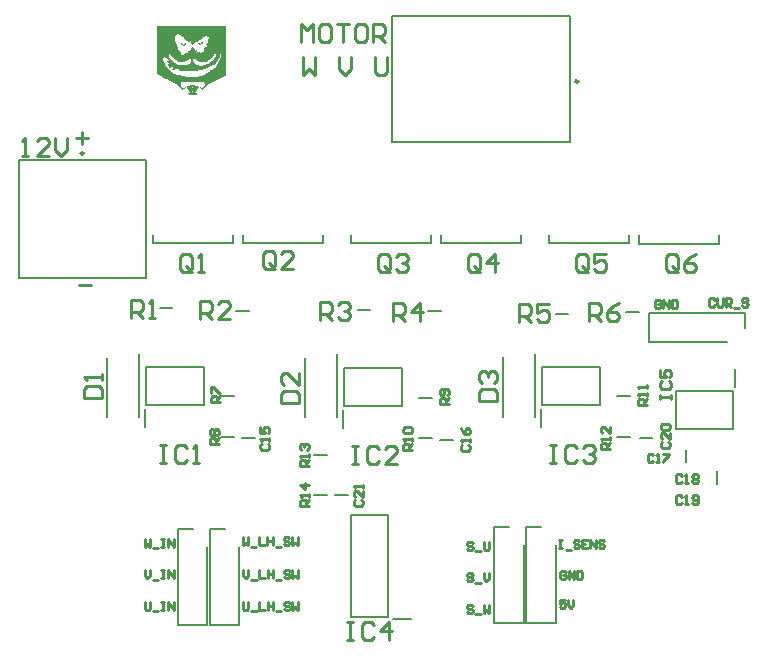
<source format=gto>
G04*
G04 #@! TF.GenerationSoftware,Altium Limited,Altium Designer,24.0.1 (36)*
G04*
G04 Layer_Color=65535*
%FSLAX45Y45*%
%MOMM*%
G71*
G04*
G04 #@! TF.SameCoordinates,0B170F52-40F4-4D68-8434-06CE0CB0BF9C*
G04*
G04*
G04 #@! TF.FilePolarity,Positive*
G04*
G01*
G75*
%ADD10C,0.25000*%
%ADD11C,0.20000*%
%ADD12C,0.25400*%
G36*
X10544277Y11764464D02*
X10541669D01*
Y11763160D01*
X10540365D01*
Y11761856D01*
X10539061D01*
Y11760552D01*
X10537757D01*
Y11759247D01*
X10536453D01*
Y11757943D01*
X10532541D01*
Y11756639D01*
X10529933D01*
Y11755335D01*
X10527325D01*
Y11754031D01*
X10526021D01*
Y11752727D01*
X10524717D01*
Y11751423D01*
X10520805D01*
Y11750120D01*
X10519501D01*
Y11748815D01*
X10516893D01*
Y11747511D01*
X10515589D01*
Y11746207D01*
X10512981D01*
Y11744903D01*
X10510373D01*
Y11743599D01*
X10509069D01*
Y11742295D01*
X10506461D01*
Y11740991D01*
X10503853D01*
Y11739687D01*
X10499940D01*
Y11738383D01*
X10498637D01*
Y11737079D01*
X10496029D01*
Y11735775D01*
X10493420D01*
Y11734471D01*
X10490812D01*
Y11733167D01*
X10488204D01*
Y11731863D01*
X10485596D01*
Y11730559D01*
X10482988D01*
Y11729255D01*
X10480380D01*
Y11727951D01*
X10477772D01*
Y11726647D01*
X10473860D01*
Y11725343D01*
X10471252D01*
Y11724039D01*
X10468644D01*
Y11722735D01*
X10466036D01*
Y11721431D01*
X10463428D01*
Y11720127D01*
X10459516D01*
Y11718823D01*
X10458212D01*
Y11717519D01*
X10455604D01*
Y11716215D01*
X10452996D01*
Y11714911D01*
X10450388D01*
Y11713607D01*
X10447780D01*
Y11712303D01*
X10446476D01*
Y11710999D01*
X10442564D01*
Y11709695D01*
X10439956D01*
Y11708391D01*
X10437348D01*
Y11707087D01*
X10436044D01*
Y11705783D01*
X10432132D01*
Y11704479D01*
X10430827D01*
Y11703175D01*
X10426915D01*
Y11701871D01*
X10425612D01*
Y11700567D01*
X10421700D01*
Y11699263D01*
X10420395D01*
Y11697959D01*
X10417787D01*
Y11696655D01*
X10415179D01*
Y11695351D01*
X10412571D01*
Y11694047D01*
X10409963D01*
Y11692743D01*
X10407355D01*
Y11691439D01*
X10404747D01*
Y11690135D01*
X10402139D01*
Y11688831D01*
X10400835D01*
Y11687527D01*
X10398227D01*
Y11686222D01*
X10395619D01*
Y11684918D01*
X10394315D01*
Y11683614D01*
X10391707D01*
Y11682310D01*
X10390403D01*
Y11681006D01*
X10387795D01*
Y11679702D01*
X10386491D01*
Y11678398D01*
X10383883D01*
Y11677095D01*
X10382579D01*
Y11675790D01*
X10381275D01*
Y11674486D01*
X10379971D01*
Y11673182D01*
X10377363D01*
Y11671878D01*
X10376059D01*
Y11670574D01*
X10374755D01*
Y11669270D01*
X10373451D01*
Y11667966D01*
X10372147D01*
Y11666662D01*
X10370843D01*
Y11665358D01*
X10369539D01*
Y11664054D01*
X10368235D01*
Y11662750D01*
X10366931D01*
Y11661446D01*
X10365627D01*
Y11660142D01*
X10364323D01*
Y11658838D01*
X10363019D01*
Y11657534D01*
X10361715D01*
Y11656230D01*
X10360411D01*
Y11654926D01*
X10359107D01*
Y11653622D01*
X10357802D01*
Y11652318D01*
X10356498D01*
Y11651014D01*
X10355194D01*
Y11649710D01*
X10353890D01*
Y11647102D01*
X10352587D01*
Y11645798D01*
X10351283D01*
Y11644494D01*
X10349979D01*
Y11643190D01*
X10348675D01*
Y11641886D01*
X10346066D01*
Y11640582D01*
X10342154D01*
Y11639278D01*
X10340850D01*
Y11640582D01*
X10335634D01*
Y11641886D01*
X10333026D01*
Y11643190D01*
X10331722D01*
Y11644494D01*
X10330418D01*
Y11645798D01*
X10329114D01*
Y11647102D01*
X10326506D01*
Y11648406D01*
X10325202D01*
Y11649710D01*
X10323898D01*
Y11651014D01*
X10322594D01*
Y11652318D01*
X10321290D01*
Y11654926D01*
X10319986D01*
Y11656230D01*
X10318682D01*
Y11660142D01*
X10323898D01*
Y11658838D01*
X10326506D01*
Y11657534D01*
X10331722D01*
Y11656230D01*
X10344762D01*
Y11657534D01*
X10347370D01*
Y11658838D01*
X10348675D01*
Y11660142D01*
X10349979D01*
Y11661446D01*
X10351283D01*
Y11662750D01*
X10352587D01*
Y11664054D01*
X10353890D01*
Y11665358D01*
X10355194D01*
Y11667966D01*
X10356498D01*
Y11670574D01*
X10357802D01*
Y11673182D01*
X10359107D01*
Y11675790D01*
X10360411D01*
Y11679702D01*
X10361715D01*
Y11694047D01*
X10360411D01*
Y11696655D01*
X10359107D01*
Y11697959D01*
X10357802D01*
Y11700567D01*
X10356498D01*
Y11701871D01*
X10355194D01*
Y11703175D01*
X10353890D01*
Y11704479D01*
X10351283D01*
Y11705783D01*
X10308250D01*
Y11707087D01*
X10256089D01*
Y11705783D01*
X10211753D01*
Y11707087D01*
X10192192D01*
Y11705783D01*
X10189584D01*
Y11707087D01*
X10188280D01*
Y11705783D01*
X10167416D01*
Y11704479D01*
X10163504D01*
Y11703175D01*
X10160896D01*
Y11701871D01*
X10159592D01*
Y11699263D01*
X10158288D01*
Y11697959D01*
X10156984D01*
Y11695351D01*
X10155680D01*
Y11679702D01*
X10156984D01*
Y11675790D01*
X10158288D01*
Y11671878D01*
X10159592D01*
Y11669270D01*
X10160896D01*
Y11667966D01*
X10162200D01*
Y11665358D01*
X10163504D01*
Y11664054D01*
X10164808D01*
Y11661446D01*
X10166112D01*
Y11660142D01*
X10167416D01*
Y11658838D01*
X10170024D01*
Y11657534D01*
X10171328D01*
Y11656230D01*
X10176544D01*
Y11654926D01*
X10180456D01*
Y11656230D01*
X10185672D01*
Y11657534D01*
X10189584D01*
Y11658838D01*
X10193496D01*
Y11660142D01*
X10198712D01*
Y11656230D01*
X10197408D01*
Y11654926D01*
X10196104D01*
Y11653622D01*
X10194800D01*
Y11652318D01*
X10193496D01*
Y11651014D01*
X10192192D01*
Y11649710D01*
X10190888D01*
Y11648406D01*
X10189584D01*
Y11647102D01*
X10188280D01*
Y11645798D01*
X10186976D01*
Y11644494D01*
X10184368D01*
Y11643190D01*
X10183064D01*
Y11641886D01*
X10180456D01*
Y11640582D01*
X10176544D01*
Y11639278D01*
X10172632D01*
Y11640582D01*
X10170024D01*
Y11641886D01*
X10168720D01*
Y11643190D01*
X10167416D01*
Y11644494D01*
X10166112D01*
Y11645798D01*
X10164808D01*
Y11647102D01*
X10163504D01*
Y11648406D01*
X10162200D01*
Y11649710D01*
X10160896D01*
Y11651014D01*
X10159592D01*
Y11653622D01*
X10156984D01*
Y11656230D01*
X10155680D01*
Y11657534D01*
X10154376D01*
Y11658838D01*
X10151768D01*
Y11660142D01*
X10150464D01*
Y11662750D01*
X10149160D01*
Y11664054D01*
X10146552D01*
Y11665358D01*
X10145248D01*
Y11666662D01*
X10143944D01*
Y11667966D01*
X10142640D01*
Y11669270D01*
X10141336D01*
Y11670574D01*
X10140032D01*
Y11671878D01*
X10138728D01*
Y11673182D01*
X10137423D01*
Y11674486D01*
X10136119D01*
Y11675790D01*
X10134815D01*
Y11677095D01*
X10133512D01*
Y11678398D01*
X10130904D01*
Y11679702D01*
X10129600D01*
Y11681006D01*
X10128295D01*
Y11682310D01*
X10125687D01*
Y11683614D01*
X10124383D01*
Y11684918D01*
X10121775D01*
Y11686222D01*
X10119167D01*
Y11687527D01*
X10117863D01*
Y11688831D01*
X10115255D01*
Y11690135D01*
X10112647D01*
Y11691439D01*
X10110039D01*
Y11692743D01*
X10107431D01*
Y11694047D01*
X10104823D01*
Y11695351D01*
X10102215D01*
Y11696655D01*
X10099607D01*
Y11697959D01*
X10096999D01*
Y11699263D01*
X10095695D01*
Y11700567D01*
X10091783D01*
Y11701871D01*
X10089175D01*
Y11703175D01*
X10086567D01*
Y11704479D01*
X10083959D01*
Y11705783D01*
X10081351D01*
Y11707087D01*
X10078743D01*
Y11708391D01*
X10076135D01*
Y11709695D01*
X10073527D01*
Y11710999D01*
X10072223D01*
Y11712303D01*
X10069615D01*
Y11713607D01*
X10065703D01*
Y11714911D01*
X10064398D01*
Y11716215D01*
X10061790D01*
Y11717519D01*
X10059183D01*
Y11718823D01*
X10056575D01*
Y11720127D01*
X10053966D01*
Y11721431D01*
X10051358D01*
Y11722735D01*
X10048750D01*
Y11724039D01*
X10046142D01*
Y11725343D01*
X10042230D01*
Y11726647D01*
X10039622D01*
Y11727951D01*
X10035710D01*
Y11729255D01*
X10033102D01*
Y11730559D01*
X10030494D01*
Y11731863D01*
X10027886D01*
Y11733167D01*
X10025278D01*
Y11734471D01*
X10023974D01*
Y11735775D01*
X10021366D01*
Y11737079D01*
X10018758D01*
Y11738383D01*
X10016150D01*
Y11739687D01*
X10013542D01*
Y11740991D01*
X10010934D01*
Y11742295D01*
X10009630D01*
Y11743599D01*
X10007022D01*
Y11744903D01*
X10004414D01*
Y11746207D01*
X10001806D01*
Y11747511D01*
X9999198D01*
Y11748815D01*
X9997894D01*
Y11750120D01*
X9995286D01*
Y11751423D01*
X9992678D01*
Y11752727D01*
X9990069D01*
Y11754031D01*
X9988765D01*
Y11755335D01*
X9986158D01*
Y11756639D01*
X9984854D01*
Y11757943D01*
X9982245D01*
Y11759247D01*
X9979637D01*
Y11760552D01*
X9977029D01*
Y11761856D01*
X9974421D01*
Y11763160D01*
X9973117D01*
Y11764464D01*
X9969205D01*
Y11765768D01*
X9967901D01*
Y11767072D01*
X9965293D01*
Y11768376D01*
X9962685D01*
Y11769680D01*
X9961381D01*
Y11770984D01*
X9960077D01*
Y12179141D01*
X10544277D01*
Y11764464D01*
D02*
G37*
G36*
X10279562Y11674486D02*
X10284777D01*
Y11673182D01*
X10287386D01*
Y11671878D01*
X10291298D01*
Y11670574D01*
X10296514D01*
Y11669270D01*
X10300426D01*
Y11667966D01*
X10301730D01*
Y11666662D01*
X10304338D01*
Y11665358D01*
X10305642D01*
Y11664054D01*
X10308250D01*
Y11656230D01*
X10306946D01*
Y11653622D01*
X10305642D01*
Y11649710D01*
X10304338D01*
Y11647102D01*
X10303034D01*
Y11645798D01*
X10301730D01*
Y11643190D01*
X10300426D01*
Y11641886D01*
X10299122D01*
Y11639278D01*
X10297818D01*
Y11637974D01*
X10296514D01*
Y11635366D01*
X10295210D01*
Y11634062D01*
X10293906D01*
Y11631454D01*
X10292602D01*
Y11630150D01*
X10291298D01*
Y11628846D01*
X10289994D01*
Y11626238D01*
X10288690D01*
Y11624934D01*
X10287386D01*
Y11623630D01*
X10286082D01*
Y11622326D01*
X10284777D01*
Y11619718D01*
X10283473D01*
Y11618414D01*
X10282169D01*
Y11615806D01*
X10280865D01*
Y11609285D01*
X10287386D01*
Y11610589D01*
X10292602D01*
Y11611893D01*
X10300426D01*
Y11607981D01*
X10299122D01*
Y11605373D01*
X10297818D01*
Y11604070D01*
X10296514D01*
Y11601461D01*
X10293906D01*
Y11600157D01*
X10292602D01*
Y11598853D01*
X10291298D01*
Y11597549D01*
X10289994D01*
Y11596245D01*
X10288690D01*
Y11594941D01*
X10228705D01*
Y11596245D01*
X10227401D01*
Y11597549D01*
X10226097D01*
Y11598853D01*
X10223489D01*
Y11600157D01*
X10222185D01*
Y11601461D01*
X10220881D01*
Y11604070D01*
X10219577D01*
Y11605373D01*
X10218273D01*
Y11607981D01*
X10216969D01*
Y11611893D01*
X10224793D01*
Y11610589D01*
X10231313D01*
Y11609285D01*
X10237833D01*
Y11613197D01*
X10236529D01*
Y11617110D01*
X10235225D01*
Y11618414D01*
X10233921D01*
Y11619718D01*
X10232617D01*
Y11622326D01*
X10231313D01*
Y11623630D01*
X10230009D01*
Y11624934D01*
X10228705D01*
Y11626238D01*
X10227401D01*
Y11627542D01*
X10226097D01*
Y11630150D01*
X10224793D01*
Y11631454D01*
X10223489D01*
Y11632758D01*
X10222185D01*
Y11635366D01*
X10220881D01*
Y11636670D01*
X10219577D01*
Y11639278D01*
X10218273D01*
Y11640582D01*
X10216969D01*
Y11641886D01*
X10215665D01*
Y11644494D01*
X10214361D01*
Y11647102D01*
X10213057D01*
Y11649710D01*
X10211753D01*
Y11652318D01*
X10210448D01*
Y11654926D01*
X10209144D01*
Y11660142D01*
X10207840D01*
Y11664054D01*
X10210448D01*
Y11665358D01*
X10213057D01*
Y11666662D01*
X10214361D01*
Y11667966D01*
X10216969D01*
Y11669270D01*
X10220881D01*
Y11670574D01*
X10226097D01*
Y11671878D01*
X10230009D01*
Y11673182D01*
X10232617D01*
Y11674486D01*
X10237833D01*
Y11675790D01*
X10279562D01*
Y11674486D01*
D02*
G37*
%LPC*%
G36*
X10132208Y12108724D02*
X10124383D01*
Y12107420D01*
X10123079D01*
Y12106116D01*
X10121775D01*
Y12103508D01*
X10120471D01*
Y12102204D01*
X10117863D01*
Y12100900D01*
X10116559D01*
Y12099596D01*
X10115255D01*
Y12098292D01*
X10113951D01*
Y12095684D01*
X10112647D01*
Y12093076D01*
X10111343D01*
Y12069604D01*
X10112647D01*
Y12056564D01*
X10111343D01*
Y12046131D01*
X10112647D01*
Y12042219D01*
X10113951D01*
Y12039611D01*
X10115255D01*
Y12037003D01*
X10116559D01*
Y12033091D01*
X10117863D01*
Y12030483D01*
X10119167D01*
Y12027875D01*
X10120471D01*
Y12025267D01*
X10121775D01*
Y12021355D01*
X10123079D01*
Y12017443D01*
X10124383D01*
Y12013531D01*
X10125687D01*
Y12009619D01*
X10126991D01*
Y12005707D01*
X10128295D01*
Y12004403D01*
X10129600D01*
Y12003099D01*
X10130904D01*
Y12001795D01*
X10132208D01*
Y11999187D01*
X10133511D01*
Y11996579D01*
X10134815D01*
Y11993971D01*
X10136119D01*
Y11983539D01*
X10134815D01*
Y11979627D01*
X10136119D01*
Y11977018D01*
X10137423D01*
Y11975714D01*
X10138728D01*
Y11973106D01*
X10140032D01*
Y11971802D01*
X10141336D01*
Y11970498D01*
X10142640D01*
Y11969194D01*
X10143944D01*
Y11967890D01*
X10145248D01*
Y11966586D01*
X10146552D01*
Y11965282D01*
X10147856D01*
Y11963978D01*
X10149160D01*
Y11962674D01*
X10150464D01*
Y11961370D01*
X10151768D01*
Y11960066D01*
X10153072D01*
Y11957458D01*
X10154376D01*
Y11956154D01*
X10155680D01*
Y11953546D01*
X10156984D01*
Y11952242D01*
X10158288D01*
Y11949634D01*
X10159592D01*
Y11944418D01*
X10160896D01*
Y11939202D01*
X10162200D01*
Y11937898D01*
X10163504D01*
Y11936594D01*
X10167416D01*
Y11935290D01*
X10183064D01*
Y11936594D01*
X10185672D01*
Y11937898D01*
X10188280D01*
Y11939202D01*
X10189584D01*
Y11940506D01*
X10190888D01*
Y11941810D01*
X10192192D01*
Y11943114D01*
X10193496D01*
Y11944418D01*
X10196104D01*
Y11945722D01*
X10197408D01*
Y11947026D01*
X10198712D01*
Y11948330D01*
X10200016D01*
Y11949634D01*
X10201320D01*
Y11950938D01*
X10203929D01*
Y11952242D01*
X10206536D01*
Y11953546D01*
X10210448D01*
Y11954850D01*
X10211753D01*
Y11953546D01*
X10213057D01*
Y11952242D01*
X10214361D01*
Y11949634D01*
X10215665D01*
Y11947026D01*
X10216969D01*
Y11943114D01*
X10218273D01*
Y11940506D01*
X10219577D01*
Y11937898D01*
X10222185D01*
Y11939202D01*
X10223489D01*
Y11941810D01*
X10222185D01*
Y11949634D01*
X10220881D01*
Y11952242D01*
X10219577D01*
Y11956154D01*
X10218273D01*
Y11960066D01*
X10219577D01*
Y11962674D01*
X10220881D01*
Y11963978D01*
X10223489D01*
Y11965282D01*
X10227401D01*
Y11966586D01*
X10231313D01*
Y11967890D01*
X10233921D01*
Y11969194D01*
X10235225D01*
Y11970498D01*
X10236529D01*
Y11971802D01*
X10237833D01*
Y11973106D01*
X10239137D01*
Y11974410D01*
X10240441D01*
Y11978323D01*
X10241745D01*
Y11980931D01*
X10243049D01*
Y11984843D01*
X10244353D01*
Y11990059D01*
X10245657D01*
Y11991363D01*
X10246961D01*
Y11993971D01*
X10248265D01*
Y11995275D01*
X10250873D01*
Y11996579D01*
X10252177D01*
Y11997883D01*
X10260001D01*
Y11996579D01*
X10262609D01*
Y11995275D01*
X10265217D01*
Y11993971D01*
X10266521D01*
Y11992667D01*
X10267825D01*
Y11991363D01*
X10269129D01*
Y11990059D01*
X10270433D01*
Y11987451D01*
X10271737D01*
Y11986147D01*
X10273041D01*
Y11984843D01*
X10274345D01*
Y11982235D01*
X10275650D01*
Y11980931D01*
X10276954D01*
Y11978323D01*
X10278258D01*
Y11962674D01*
X10279561D01*
Y11963978D01*
X10280865D01*
Y11965282D01*
X10282169D01*
Y11969194D01*
X10283473D01*
Y11971802D01*
X10284777D01*
Y11973106D01*
X10291298D01*
Y11970498D01*
X10292602D01*
Y11963978D01*
X10291298D01*
Y11961370D01*
X10289994D01*
Y11958762D01*
X10288690D01*
Y11957458D01*
X10287386D01*
Y11952242D01*
X10288690D01*
Y11950938D01*
X10291298D01*
Y11952242D01*
X10295210D01*
Y11953546D01*
X10296514D01*
Y11956154D01*
X10297818D01*
Y11957458D01*
X10300426D01*
Y11958762D01*
X10305642D01*
Y11957458D01*
X10310858D01*
Y11956154D01*
X10313466D01*
Y11954850D01*
X10317378D01*
Y11953546D01*
X10318682D01*
Y11952242D01*
X10322594D01*
Y11950938D01*
X10323898D01*
Y11948330D01*
X10325202D01*
Y11947026D01*
X10326506D01*
Y11948330D01*
X10330418D01*
Y11947026D01*
X10331722D01*
Y11952242D01*
X10333026D01*
Y11953546D01*
X10334330D01*
Y11954850D01*
X10335634D01*
Y11956154D01*
X10346066D01*
Y11954850D01*
X10353890D01*
Y11956154D01*
X10357802D01*
Y11962674D01*
X10355194D01*
Y11963978D01*
X10353890D01*
Y11966586D01*
X10352586D01*
Y11973106D01*
X10353890D01*
Y11978323D01*
X10355194D01*
Y11982235D01*
X10356498D01*
Y11986147D01*
X10357802D01*
Y11988755D01*
X10359107D01*
Y11990059D01*
X10360411D01*
Y11991363D01*
X10361715D01*
Y11992667D01*
X10363019D01*
Y11993971D01*
X10364323D01*
Y11995275D01*
X10366931D01*
Y11996579D01*
X10369539D01*
Y11997883D01*
X10370843D01*
Y11999187D01*
X10373451D01*
Y12000491D01*
X10374755D01*
Y12001795D01*
X10376059D01*
Y12004403D01*
X10378667D01*
Y12013531D01*
X10377363D01*
Y12016139D01*
X10376059D01*
Y12020051D01*
X10374755D01*
Y12023963D01*
X10376059D01*
Y12026571D01*
X10377363D01*
Y12029179D01*
X10378667D01*
Y12031787D01*
X10379971D01*
Y12034395D01*
X10381275D01*
Y12035699D01*
X10382579D01*
Y12038307D01*
X10383883D01*
Y12042219D01*
X10385187D01*
Y12046131D01*
X10386491D01*
Y12056564D01*
X10387795D01*
Y12060476D01*
X10389099D01*
Y12064388D01*
X10390403D01*
Y12068300D01*
X10391707D01*
Y12072212D01*
X10393011D01*
Y12081340D01*
X10391707D01*
Y12083948D01*
X10390403D01*
Y12086556D01*
X10387795D01*
Y12087860D01*
X10379971D01*
Y12089164D01*
X10378667D01*
Y12094380D01*
X10376059D01*
Y12095684D01*
X10374755D01*
Y12096988D01*
X10373451D01*
Y12098292D01*
X10372147D01*
Y12096988D01*
X10370843D01*
Y12095684D01*
X10368235D01*
Y12091772D01*
X10366931D01*
Y12090468D01*
X10365627D01*
Y12089164D01*
X10364323D01*
Y12087860D01*
X10363019D01*
Y12085252D01*
X10361715D01*
Y12086556D01*
X10359107D01*
Y12085252D01*
X10353890D01*
Y12083948D01*
X10352586D01*
Y12082644D01*
X10349979D01*
Y12081340D01*
X10348675D01*
Y12080036D01*
X10347370D01*
Y12078732D01*
X10346066D01*
Y12077428D01*
X10344762D01*
Y12076124D01*
X10343458D01*
Y12074820D01*
X10342154D01*
Y12073516D01*
X10340850D01*
Y12072212D01*
X10339546D01*
Y12070908D01*
X10338242D01*
Y12069604D01*
X10336938D01*
Y12068300D01*
X10333026D01*
Y12066996D01*
X10331722D01*
Y12065692D01*
X10329114D01*
Y12064388D01*
X10326506D01*
Y12063084D01*
X10325202D01*
Y12061780D01*
X10322594D01*
Y12060476D01*
X10321290D01*
Y12059172D01*
X10318682D01*
Y12057868D01*
X10317378D01*
Y12056564D01*
X10313466D01*
Y12055260D01*
X10310858D01*
Y12053956D01*
X10309554D01*
Y12052652D01*
X10306946D01*
Y12051347D01*
X10305642D01*
Y12050043D01*
X10304338D01*
Y12048739D01*
X10303034D01*
Y12047435D01*
X10300426D01*
Y12046131D01*
X10284777D01*
Y12044827D01*
X10283473D01*
Y12042219D01*
X10282169D01*
Y12040915D01*
X10280865D01*
Y12038307D01*
X10279561D01*
Y12037003D01*
X10278258D01*
Y12034395D01*
X10276954D01*
Y12031787D01*
X10275650D01*
Y12030483D01*
X10273041D01*
Y12029179D01*
X10270433D01*
Y12027875D01*
X10267825D01*
Y12026571D01*
X10266521D01*
Y12023963D01*
X10265217D01*
Y12022659D01*
X10263913D01*
Y12020051D01*
X10262609D01*
Y12018747D01*
X10261305D01*
Y12017443D01*
X10260001D01*
Y12016139D01*
X10253481D01*
Y12017443D01*
X10252177D01*
Y12018747D01*
X10250873D01*
Y12021355D01*
X10249569D01*
Y12022659D01*
X10248265D01*
Y12025267D01*
X10246961D01*
Y12027875D01*
X10245657D01*
Y12031787D01*
X10244353D01*
Y12046131D01*
X10243049D01*
Y12047435D01*
X10237833D01*
Y12046131D01*
X10235225D01*
Y12044827D01*
X10233921D01*
Y12042219D01*
X10230009D01*
Y12040915D01*
X10226097D01*
Y12042219D01*
X10223489D01*
Y12044827D01*
X10222185D01*
Y12046131D01*
X10220881D01*
Y12047435D01*
X10219577D01*
Y12048739D01*
X10218273D01*
Y12051347D01*
X10216969D01*
Y12052652D01*
X10215665D01*
Y12053956D01*
X10211753D01*
Y12055260D01*
X10203929D01*
Y12056564D01*
X10202625D01*
Y12057868D01*
X10200016D01*
Y12060476D01*
X10198712D01*
Y12061780D01*
X10197408D01*
Y12063084D01*
X10196104D01*
Y12064388D01*
X10194800D01*
Y12065692D01*
X10193496D01*
Y12066996D01*
X10192192D01*
Y12068300D01*
X10190888D01*
Y12069604D01*
X10188280D01*
Y12072212D01*
X10186976D01*
Y12073516D01*
X10185672D01*
Y12074820D01*
X10184368D01*
Y12076124D01*
X10183064D01*
Y12078732D01*
X10181760D01*
Y12081340D01*
X10180456D01*
Y12082644D01*
X10179152D01*
Y12083948D01*
X10177848D01*
Y12085252D01*
X10176544D01*
Y12086556D01*
X10175240D01*
Y12087860D01*
X10172632D01*
Y12089164D01*
X10170024D01*
Y12090468D01*
X10166112D01*
Y12091772D01*
X10164808D01*
Y12093076D01*
X10162200D01*
Y12094380D01*
X10160896D01*
Y12096988D01*
X10159592D01*
Y12098292D01*
X10158288D01*
Y12099596D01*
X10155680D01*
Y12100900D01*
X10153072D01*
Y12102204D01*
X10149160D01*
Y12103508D01*
X10146552D01*
Y12104812D01*
X10143944D01*
Y12106116D01*
X10140032D01*
Y12107420D01*
X10132208D01*
Y12108724D01*
D02*
G37*
G36*
X10451692Y11944418D02*
X10449084D01*
Y11941810D01*
X10446476D01*
Y11940506D01*
X10445172D01*
Y11939202D01*
X10443868D01*
Y11937898D01*
X10442564D01*
Y11935290D01*
X10441260D01*
Y11933986D01*
X10439956D01*
Y11932682D01*
X10438652D01*
Y11930074D01*
X10437348D01*
Y11927466D01*
X10436044D01*
Y11926162D01*
X10434740D01*
Y11924858D01*
X10433436D01*
Y11922250D01*
X10432132D01*
Y11920946D01*
X10430827D01*
Y11919642D01*
X10429523D01*
Y11918338D01*
X10428219D01*
Y11917034D01*
X10426915D01*
Y11915730D01*
X10425611D01*
Y11914426D01*
X10424308D01*
Y11913122D01*
X10423004D01*
Y11911818D01*
X10421700D01*
Y11910514D01*
X10420395D01*
Y11909210D01*
X10419091D01*
Y11907906D01*
X10417787D01*
Y11906602D01*
X10416483D01*
Y11905298D01*
X10415179D01*
Y11903993D01*
X10413875D01*
Y11902689D01*
X10412571D01*
Y11901385D01*
X10411267D01*
Y11900081D01*
X10409963D01*
Y11898777D01*
X10407355D01*
Y11897473D01*
X10406051D01*
Y11896169D01*
X10404747D01*
Y11894865D01*
X10403443D01*
Y11893561D01*
X10400835D01*
Y11892257D01*
X10399531D01*
Y11890953D01*
X10396923D01*
Y11889649D01*
X10395619D01*
Y11888345D01*
X10393011D01*
Y11887041D01*
X10390403D01*
Y11885737D01*
X10389099D01*
Y11884433D01*
X10386491D01*
Y11883129D01*
X10385187D01*
Y11881825D01*
X10382579D01*
Y11880521D01*
X10379971D01*
Y11879217D01*
X10378667D01*
Y11877913D01*
X10376059D01*
Y11876609D01*
X10373451D01*
Y11875305D01*
X10370843D01*
Y11874001D01*
X10368235D01*
Y11872697D01*
X10363019D01*
Y11871393D01*
X10348675D01*
Y11870089D01*
X10347370D01*
Y11871393D01*
X10344762D01*
Y11870089D01*
X10343458D01*
Y11871393D01*
X10326506D01*
Y11872697D01*
X10319986D01*
Y11874001D01*
X10316074D01*
Y11875305D01*
X10313466D01*
Y11876609D01*
X10309554D01*
Y11877913D01*
X10306946D01*
Y11879217D01*
X10304338D01*
Y11880521D01*
X10301730D01*
Y11881825D01*
X10300426D01*
Y11883129D01*
X10297818D01*
Y11884433D01*
X10296514D01*
Y11885737D01*
X10295210D01*
Y11887041D01*
X10293906D01*
Y11888345D01*
X10292602D01*
Y11889649D01*
X10291298D01*
Y11890953D01*
X10288690D01*
Y11892257D01*
X10287386D01*
Y11893561D01*
X10286082D01*
Y11894865D01*
X10284777D01*
Y11896169D01*
X10282169D01*
Y11897473D01*
X10279561D01*
Y11898777D01*
X10275650D01*
Y11900081D01*
X10266521D01*
Y11898777D01*
X10263913D01*
Y11892257D01*
X10262609D01*
Y11879217D01*
X10263913D01*
Y11874001D01*
X10265217D01*
Y11872697D01*
X10266521D01*
Y11870089D01*
X10267825D01*
Y11868785D01*
X10270433D01*
Y11867481D01*
X10271737D01*
Y11866177D01*
X10273041D01*
Y11864873D01*
X10274345D01*
Y11863569D01*
X10275650D01*
Y11862265D01*
X10276954D01*
Y11860961D01*
X10278258D01*
Y11859657D01*
X10279561D01*
Y11858353D01*
X10280865D01*
Y11857049D01*
X10283473D01*
Y11855745D01*
X10284777D01*
Y11854441D01*
X10286082D01*
Y11853137D01*
X10287386D01*
Y11851833D01*
X10289994D01*
Y11850529D01*
X10291298D01*
Y11849225D01*
X10293906D01*
Y11847921D01*
X10296514D01*
Y11846617D01*
X10300426D01*
Y11845313D01*
X10305642D01*
Y11844009D01*
X10310858D01*
Y11842705D01*
X10316074D01*
Y11841401D01*
X10336938D01*
Y11842705D01*
X10343458D01*
Y11844009D01*
X10348675D01*
Y11845313D01*
X10353890D01*
Y11846617D01*
X10360411D01*
Y11847921D01*
X10364323D01*
Y11849225D01*
X10366931D01*
Y11850529D01*
X10370843D01*
Y11851833D01*
X10374755D01*
Y11853137D01*
X10378667D01*
Y11854441D01*
X10381275D01*
Y11855745D01*
X10385187D01*
Y11857049D01*
X10389099D01*
Y11858353D01*
X10391707D01*
Y11859657D01*
X10394315D01*
Y11860961D01*
X10398227D01*
Y11862265D01*
X10400835D01*
Y11863569D01*
X10402139D01*
Y11864873D01*
X10403443D01*
Y11866177D01*
X10404747D01*
Y11867481D01*
X10406051D01*
Y11868785D01*
X10407355D01*
Y11870089D01*
X10409963D01*
Y11871393D01*
X10411267D01*
Y11872697D01*
X10412571D01*
Y11874001D01*
X10413875D01*
Y11875305D01*
X10415179D01*
Y11876609D01*
X10416483D01*
Y11877913D01*
X10419091D01*
Y11879217D01*
X10420395D01*
Y11880521D01*
X10421700D01*
Y11881825D01*
X10424308D01*
Y11883129D01*
X10425611D01*
Y11884433D01*
X10426915D01*
Y11885737D01*
X10428219D01*
Y11887041D01*
X10429523D01*
Y11889649D01*
X10430827D01*
Y11890953D01*
X10432132D01*
Y11892257D01*
X10433436D01*
Y11893561D01*
X10434740D01*
Y11894865D01*
X10436044D01*
Y11897473D01*
X10437348D01*
Y11898777D01*
X10438652D01*
Y11900081D01*
X10439956D01*
Y11902689D01*
X10441260D01*
Y11903993D01*
X10442564D01*
Y11905298D01*
X10443868D01*
Y11907906D01*
X10445172D01*
Y11910514D01*
X10446476D01*
Y11911818D01*
X10447780D01*
Y11913122D01*
X10449084D01*
Y11915730D01*
X10450388D01*
Y11918338D01*
X10451692D01*
Y11923554D01*
X10452996D01*
Y11928770D01*
X10451692D01*
Y11944418D01*
D02*
G37*
G36*
X10063094Y11940506D02*
X10060486D01*
Y11939202D01*
X10059183D01*
Y11937898D01*
X10057879D01*
Y11936594D01*
X10056575D01*
Y11933986D01*
X10055270D01*
Y11928770D01*
X10053966D01*
Y11926162D01*
X10055270D01*
Y11923554D01*
X10053966D01*
Y11922250D01*
X10055270D01*
Y11919642D01*
X10056575D01*
Y11917034D01*
X10057879D01*
Y11915730D01*
X10059183D01*
Y11913122D01*
X10060486D01*
Y11911818D01*
X10061790D01*
Y11910514D01*
X10063094D01*
Y11909210D01*
X10064398D01*
Y11907906D01*
X10065703D01*
Y11906602D01*
X10067007D01*
Y11903993D01*
X10068311D01*
Y11902689D01*
X10069615D01*
Y11901385D01*
X10070919D01*
Y11900081D01*
X10072223D01*
Y11898777D01*
X10073527D01*
Y11897473D01*
X10074831D01*
Y11894865D01*
X10076135D01*
Y11893561D01*
X10077439D01*
Y11892257D01*
X10078743D01*
Y11889649D01*
X10081351D01*
Y11887041D01*
X10082655D01*
Y11885737D01*
X10083959D01*
Y11884433D01*
X10085263D01*
Y11883129D01*
X10086567D01*
Y11881825D01*
X10087871D01*
Y11880521D01*
X10089175D01*
Y11879217D01*
X10090479D01*
Y11877913D01*
X10093087D01*
Y11876609D01*
X10094391D01*
Y11875305D01*
X10095695D01*
Y11874001D01*
X10096999D01*
Y11872697D01*
X10098303D01*
Y11871393D01*
X10100911D01*
Y11870089D01*
X10102215D01*
Y11868785D01*
X10103519D01*
Y11867481D01*
X10104823D01*
Y11866177D01*
X10107431D01*
Y11864873D01*
X10108735D01*
Y11863569D01*
X10111343D01*
Y11862265D01*
X10112647D01*
Y11860961D01*
X10115255D01*
Y11859657D01*
X10116559D01*
Y11858353D01*
X10119167D01*
Y11857049D01*
X10121775D01*
Y11855745D01*
X10123079D01*
Y11854441D01*
X10125687D01*
Y11853137D01*
X10129600D01*
Y11851833D01*
X10133511D01*
Y11850529D01*
X10137423D01*
Y11849225D01*
X10140032D01*
Y11847921D01*
X10143944D01*
Y11846617D01*
X10151768D01*
Y11845313D01*
X10160896D01*
Y11844009D01*
X10176544D01*
Y11845313D01*
X10189584D01*
Y11846617D01*
X10200016D01*
Y11847921D01*
X10209144D01*
Y11849225D01*
X10216969D01*
Y11850529D01*
X10219577D01*
Y11851833D01*
X10222185D01*
Y11853137D01*
X10224793D01*
Y11854441D01*
X10226097D01*
Y11855745D01*
X10227401D01*
Y11857049D01*
X10230009D01*
Y11858353D01*
X10231313D01*
Y11859657D01*
X10232617D01*
Y11860961D01*
X10233921D01*
Y11862265D01*
X10235225D01*
Y11863569D01*
X10236529D01*
Y11864873D01*
X10237833D01*
Y11866177D01*
X10239137D01*
Y11867481D01*
X10240441D01*
Y11868785D01*
X10241745D01*
Y11870089D01*
X10244353D01*
Y11871393D01*
X10245657D01*
Y11872697D01*
X10246961D01*
Y11875305D01*
X10248265D01*
Y11896169D01*
X10246961D01*
Y11898777D01*
X10245657D01*
Y11900081D01*
X10233921D01*
Y11898777D01*
X10231313D01*
Y11897473D01*
X10228705D01*
Y11896169D01*
X10226097D01*
Y11894865D01*
X10224793D01*
Y11893561D01*
X10222185D01*
Y11892257D01*
X10220881D01*
Y11890953D01*
X10219577D01*
Y11889649D01*
X10218273D01*
Y11888345D01*
X10216969D01*
Y11887041D01*
X10214361D01*
Y11885737D01*
X10213057D01*
Y11884433D01*
X10211753D01*
Y11883129D01*
X10207840D01*
Y11881825D01*
X10206536D01*
Y11880521D01*
X10203929D01*
Y11879217D01*
X10201320D01*
Y11877913D01*
X10197408D01*
Y11876609D01*
X10194800D01*
Y11875305D01*
X10192192D01*
Y11874001D01*
X10186976D01*
Y11872697D01*
X10181760D01*
Y11871393D01*
X10156984D01*
Y11872697D01*
X10150464D01*
Y11874001D01*
X10145248D01*
Y11875305D01*
X10141336D01*
Y11876609D01*
X10137423D01*
Y11877913D01*
X10134815D01*
Y11879217D01*
X10132208D01*
Y11880521D01*
X10129600D01*
Y11881825D01*
X10126991D01*
Y11883129D01*
X10125687D01*
Y11884433D01*
X10123079D01*
Y11885737D01*
X10121775D01*
Y11887041D01*
X10120471D01*
Y11888345D01*
X10117863D01*
Y11889649D01*
X10115255D01*
Y11890953D01*
X10113951D01*
Y11892257D01*
X10111343D01*
Y11893561D01*
X10110039D01*
Y11894865D01*
X10108735D01*
Y11896169D01*
X10107431D01*
Y11897473D01*
X10106127D01*
Y11898777D01*
X10104823D01*
Y11900081D01*
X10103519D01*
Y11901385D01*
X10102215D01*
Y11902689D01*
X10100911D01*
Y11903993D01*
X10099607D01*
Y11905298D01*
X10098303D01*
Y11906602D01*
X10096999D01*
Y11907906D01*
X10095695D01*
Y11909210D01*
X10094391D01*
Y11910514D01*
X10093087D01*
Y11911818D01*
X10091783D01*
Y11913122D01*
X10089175D01*
Y11914426D01*
X10087871D01*
Y11915730D01*
X10086567D01*
Y11917034D01*
X10085263D01*
Y11918338D01*
X10083959D01*
Y11919642D01*
X10082655D01*
Y11920946D01*
X10081351D01*
Y11922250D01*
X10080047D01*
Y11923554D01*
X10078743D01*
Y11924858D01*
X10077439D01*
Y11926162D01*
X10076135D01*
Y11927466D01*
X10074831D01*
Y11930074D01*
X10073527D01*
Y11931378D01*
X10072223D01*
Y11932682D01*
X10070919D01*
Y11933986D01*
X10069615D01*
Y11935290D01*
X10068311D01*
Y11936594D01*
X10067007D01*
Y11937898D01*
X10065703D01*
Y11939202D01*
X10063094D01*
Y11940506D01*
D02*
G37*
G36*
X10494725Y11944418D02*
X10492116D01*
Y11940506D01*
X10490812D01*
Y11930074D01*
X10489508D01*
Y11910514D01*
X10488204D01*
Y11906602D01*
X10486900D01*
Y11903993D01*
X10484292D01*
Y11902689D01*
X10481684D01*
Y11900081D01*
X10479076D01*
Y11898777D01*
X10477772D01*
Y11894865D01*
X10476468D01*
Y11892257D01*
X10475164D01*
Y11890953D01*
X10473860D01*
Y11889649D01*
X10472556D01*
Y11888345D01*
X10471252D01*
Y11885737D01*
X10469948D01*
Y11884433D01*
X10468644D01*
Y11883129D01*
X10467340D01*
Y11881825D01*
X10466036D01*
Y11880521D01*
X10464732D01*
Y11879217D01*
X10462124D01*
Y11877913D01*
X10460820D01*
Y11876609D01*
X10458212D01*
Y11875305D01*
X10456908D01*
Y11874001D01*
X10455604D01*
Y11871393D01*
X10456908D01*
Y11870089D01*
X10458212D01*
Y11868785D01*
X10459516D01*
Y11866177D01*
X10460820D01*
Y11860961D01*
X10459516D01*
Y11859657D01*
X10458212D01*
Y11858353D01*
X10456908D01*
Y11857049D01*
X10455604D01*
Y11855745D01*
X10452996D01*
Y11854441D01*
X10449084D01*
Y11853137D01*
X10446476D01*
Y11851833D01*
X10441260D01*
Y11850529D01*
X10437348D01*
Y11849225D01*
X10434740D01*
Y11847921D01*
X10430827D01*
Y11846617D01*
X10428219D01*
Y11845313D01*
X10425611D01*
Y11844009D01*
X10421700D01*
Y11842705D01*
X10419091D01*
Y11841401D01*
X10416483D01*
Y11840097D01*
X10413875D01*
Y11838793D01*
X10411267D01*
Y11837489D01*
X10408659D01*
Y11836185D01*
X10406051D01*
Y11834881D01*
X10404747D01*
Y11833577D01*
X10402139D01*
Y11832273D01*
X10399531D01*
Y11830968D01*
X10396923D01*
Y11829664D01*
X10395619D01*
Y11828360D01*
X10393011D01*
Y11827056D01*
X10390403D01*
Y11825752D01*
X10387795D01*
Y11824448D01*
X10383883D01*
Y11823144D01*
X10381275D01*
Y11821840D01*
X10378667D01*
Y11820536D01*
X10377363D01*
Y11819232D01*
X10374755D01*
Y11817928D01*
X10372147D01*
Y11816624D01*
X10369539D01*
Y11815320D01*
X10366931D01*
Y11814016D01*
X10364323D01*
Y11812712D01*
X10360411D01*
Y11811408D01*
X10355194D01*
Y11810104D01*
X10349979D01*
Y11808800D01*
X10344762D01*
Y11807496D01*
X10339546D01*
Y11806192D01*
X10333026D01*
Y11804888D01*
X10331722D01*
Y11806192D01*
X10327810D01*
Y11804888D01*
X10323898D01*
Y11806192D01*
X10321290D01*
Y11804888D01*
X10314770D01*
Y11803584D01*
X10309554D01*
Y11802280D01*
X10305642D01*
Y11800976D01*
X10303034D01*
Y11799672D01*
X10296514D01*
Y11798368D01*
X10261305D01*
Y11799672D01*
X10228705D01*
Y11800976D01*
X10197408D01*
Y11799672D01*
X10155680D01*
Y11800976D01*
X10151768D01*
Y11802280D01*
X10149160D01*
Y11803584D01*
X10147856D01*
Y11804888D01*
X10146552D01*
Y11806192D01*
X10145248D01*
Y11808800D01*
X10143944D01*
Y11810104D01*
X10141336D01*
Y11811408D01*
X10140032D01*
Y11812712D01*
X10137423D01*
Y11814016D01*
X10133511D01*
Y11815320D01*
X10126991D01*
Y11816624D01*
X10124383D01*
Y11815320D01*
X10115255D01*
Y11814016D01*
X10112647D01*
Y11811408D01*
X10111343D01*
Y11810104D01*
X10110039D01*
Y11808800D01*
X10108735D01*
Y11806192D01*
X10107431D01*
Y11804888D01*
X10106127D01*
Y11803584D01*
X10093087D01*
Y11804888D01*
X10090479D01*
Y11806192D01*
X10087871D01*
Y11807496D01*
X10086567D01*
Y11808800D01*
X10085263D01*
Y11811408D01*
X10086567D01*
Y11814016D01*
X10087871D01*
Y11816624D01*
X10089175D01*
Y11817928D01*
X10090479D01*
Y11820536D01*
X10091783D01*
Y11821840D01*
X10093087D01*
Y11824448D01*
X10094391D01*
Y11829664D01*
X10095695D01*
Y11837489D01*
X10090479D01*
Y11836185D01*
X10087871D01*
Y11834881D01*
X10085263D01*
Y11833577D01*
X10082655D01*
Y11832273D01*
X10081351D01*
Y11830968D01*
X10080047D01*
Y11829664D01*
X10078743D01*
Y11828360D01*
X10077439D01*
Y11827056D01*
X10076135D01*
Y11825752D01*
X10073527D01*
Y11824448D01*
X10068311D01*
Y11823144D01*
X10061790D01*
Y11824448D01*
X10059183D01*
Y11825752D01*
X10057879D01*
Y11827056D01*
X10056575D01*
Y11828360D01*
X10055270D01*
Y11833577D01*
X10053966D01*
Y11837489D01*
X10052662D01*
Y11842705D01*
X10051358D01*
Y11845313D01*
X10050054D01*
Y11849225D01*
X10048750D01*
Y11851833D01*
X10050054D01*
Y11854441D01*
X10051358D01*
Y11855745D01*
X10052662D01*
Y11857049D01*
X10053966D01*
Y11858353D01*
X10055270D01*
Y11859657D01*
X10056575D01*
Y11860961D01*
X10057879D01*
Y11863569D01*
X10059183D01*
Y11867481D01*
X10056575D01*
Y11868785D01*
X10047446D01*
Y11870089D01*
X10037014D01*
Y11872697D01*
X10035710D01*
Y11875305D01*
X10038318D01*
Y11876609D01*
X10039622D01*
Y11877913D01*
X10042230D01*
Y11879217D01*
X10046142D01*
Y11880521D01*
X10050054D01*
Y11881825D01*
X10051358D01*
Y11883129D01*
X10053966D01*
Y11884433D01*
X10055270D01*
Y11888345D01*
X10053966D01*
Y11890953D01*
X10052662D01*
Y11893561D01*
X10051358D01*
Y11894865D01*
X10050054D01*
Y11896169D01*
X10048750D01*
Y11897473D01*
X10047446D01*
Y11898777D01*
X10046142D01*
Y11900081D01*
X10044838D01*
Y11901385D01*
X10042230D01*
Y11902689D01*
X10039622D01*
Y11903993D01*
X10037014D01*
Y11905298D01*
X10034406D01*
Y11906602D01*
X10031798D01*
Y11907906D01*
X10029190D01*
Y11909210D01*
X10026582D01*
Y11910514D01*
X10022670D01*
Y11911818D01*
X10013542D01*
Y11910514D01*
X10010934D01*
Y11909210D01*
X10009630D01*
Y11906602D01*
X10008326D01*
Y11896169D01*
X10009630D01*
Y11889649D01*
X10010934D01*
Y11884433D01*
X10012238D01*
Y11880521D01*
X10013542D01*
Y11877913D01*
X10014846D01*
Y11875305D01*
X10016150D01*
Y11872697D01*
X10017454D01*
Y11871393D01*
X10018758D01*
Y11868785D01*
X10020062D01*
Y11867481D01*
X10021366D01*
Y11866177D01*
X10022670D01*
Y11863569D01*
X10023974D01*
Y11862265D01*
X10025278D01*
Y11855745D01*
X10023974D01*
Y11845313D01*
X10025278D01*
Y11842705D01*
X10026582D01*
Y11840097D01*
X10029190D01*
Y11838793D01*
X10030494D01*
Y11837489D01*
X10031798D01*
Y11836185D01*
X10034406D01*
Y11834881D01*
X10035710D01*
Y11833577D01*
X10038318D01*
Y11832273D01*
X10039622D01*
Y11830968D01*
X10040926D01*
Y11829664D01*
X10042230D01*
Y11827056D01*
X10044838D01*
Y11821840D01*
X10046142D01*
Y11820536D01*
X10047446D01*
Y11819232D01*
X10048750D01*
Y11816624D01*
X10050054D01*
Y11815320D01*
X10051358D01*
Y11814016D01*
X10052662D01*
Y11812712D01*
X10053966D01*
Y11811408D01*
X10055270D01*
Y11810104D01*
X10056575D01*
Y11808800D01*
X10057879D01*
Y11807496D01*
X10059183D01*
Y11806192D01*
X10060486D01*
Y11804888D01*
X10061790D01*
Y11803584D01*
X10063094D01*
Y11802280D01*
X10064398D01*
Y11800976D01*
X10065703D01*
Y11799672D01*
X10067007D01*
Y11798368D01*
X10068311D01*
Y11797064D01*
X10069615D01*
Y11795760D01*
X10070919D01*
Y11794456D01*
X10072223D01*
Y11793152D01*
X10073527D01*
Y11791848D01*
X10074831D01*
Y11790544D01*
X10076135D01*
Y11789240D01*
X10077439D01*
Y11787936D01*
X10078743D01*
Y11786632D01*
X10080047D01*
Y11785328D01*
X10082655D01*
Y11784024D01*
X10083959D01*
Y11782720D01*
X10085263D01*
Y11781416D01*
X10086567D01*
Y11780112D01*
X10087871D01*
Y11778808D01*
X10089175D01*
Y11777504D01*
X10090479D01*
Y11776200D01*
X10094391D01*
Y11774896D01*
X10103519D01*
Y11773592D01*
X10108735D01*
Y11772288D01*
X10111343D01*
Y11770984D01*
X10112647D01*
Y11769680D01*
X10113951D01*
Y11768376D01*
X10116559D01*
Y11767072D01*
X10119167D01*
Y11765768D01*
X10121775D01*
Y11764464D01*
X10128295D01*
Y11763160D01*
X10141336D01*
Y11761856D01*
X10149160D01*
Y11760552D01*
X10151768D01*
Y11759247D01*
X10155680D01*
Y11757943D01*
X10158288D01*
Y11756639D01*
X10160896D01*
Y11755335D01*
X10162200D01*
Y11754031D01*
X10166112D01*
Y11752727D01*
X10171328D01*
Y11751423D01*
X10172632D01*
Y11752727D01*
X10188280D01*
Y11751423D01*
X10190888D01*
Y11750119D01*
X10193496D01*
Y11748815D01*
X10196104D01*
Y11747511D01*
X10236529D01*
Y11746207D01*
X10243049D01*
Y11744903D01*
X10262609D01*
Y11746207D01*
X10280865D01*
Y11747511D01*
X10295210D01*
Y11748815D01*
X10304338D01*
Y11750119D01*
X10313466D01*
Y11751423D01*
X10323898D01*
Y11752727D01*
X10333026D01*
Y11754031D01*
X10339546D01*
Y11755335D01*
X10343458D01*
Y11756639D01*
X10347370D01*
Y11757943D01*
X10349979D01*
Y11759247D01*
X10352586D01*
Y11760552D01*
X10355194D01*
Y11761856D01*
X10356498D01*
Y11763160D01*
X10359107D01*
Y11764464D01*
X10360411D01*
Y11765768D01*
X10361715D01*
Y11767072D01*
X10364323D01*
Y11768376D01*
X10365627D01*
Y11769680D01*
X10366931D01*
Y11770984D01*
X10369539D01*
Y11772288D01*
X10370843D01*
Y11773592D01*
X10372147D01*
Y11774896D01*
X10374755D01*
Y11776200D01*
X10376059D01*
Y11777504D01*
X10378667D01*
Y11778808D01*
X10379971D01*
Y11780112D01*
X10382579D01*
Y11781416D01*
X10385187D01*
Y11782720D01*
X10387795D01*
Y11784024D01*
X10391707D01*
Y11785328D01*
X10393011D01*
Y11786632D01*
X10395619D01*
Y11787936D01*
X10396923D01*
Y11789240D01*
X10398227D01*
Y11790544D01*
X10399531D01*
Y11791848D01*
X10400835D01*
Y11794456D01*
X10402139D01*
Y11797064D01*
X10403443D01*
Y11798368D01*
X10404747D01*
Y11802280D01*
X10406051D01*
Y11803584D01*
X10407355D01*
Y11804888D01*
X10408659D01*
Y11806192D01*
X10413875D01*
Y11807496D01*
X10416483D01*
Y11806192D01*
X10421700D01*
Y11807496D01*
X10425611D01*
Y11808800D01*
X10428219D01*
Y11810104D01*
X10429523D01*
Y11811408D01*
X10430827D01*
Y11812712D01*
X10433436D01*
Y11814016D01*
X10434740D01*
Y11815320D01*
X10437348D01*
Y11816624D01*
X10439956D01*
Y11817928D01*
X10441260D01*
Y11819232D01*
X10443868D01*
Y11820536D01*
X10446476D01*
Y11821840D01*
X10447780D01*
Y11823144D01*
X10450388D01*
Y11824448D01*
X10451692D01*
Y11825752D01*
X10452996D01*
Y11827056D01*
X10454300D01*
Y11828360D01*
X10455604D01*
Y11829664D01*
X10456908D01*
Y11830968D01*
X10458212D01*
Y11833577D01*
X10459516D01*
Y11837489D01*
X10460820D01*
Y11841401D01*
X10462124D01*
Y11844009D01*
X10463428D01*
Y11846617D01*
X10464732D01*
Y11849225D01*
X10466036D01*
Y11853137D01*
X10467340D01*
Y11855745D01*
X10468644D01*
Y11859657D01*
X10469948D01*
Y11863569D01*
X10471252D01*
Y11864873D01*
X10472556D01*
Y11868785D01*
X10473860D01*
Y11870089D01*
X10475164D01*
Y11872697D01*
X10476468D01*
Y11875305D01*
X10477772D01*
Y11876609D01*
X10479076D01*
Y11879217D01*
X10480380D01*
Y11880521D01*
X10481684D01*
Y11883129D01*
X10482988D01*
Y11884433D01*
X10484292D01*
Y11887041D01*
X10485596D01*
Y11889649D01*
X10486900D01*
Y11890953D01*
X10488204D01*
Y11893561D01*
X10489508D01*
Y11894865D01*
X10490812D01*
Y11897473D01*
X10492116D01*
Y11900081D01*
X10493420D01*
Y11903993D01*
X10494725D01*
Y11906602D01*
X10496029D01*
Y11940506D01*
X10494725D01*
Y11944418D01*
D02*
G37*
%LPD*%
G36*
X10343458Y12044827D02*
X10346066D01*
Y12039611D01*
X10347370D01*
Y12038307D01*
X10346066D01*
Y12035699D01*
X10344762D01*
Y12033091D01*
X10343458D01*
Y12030483D01*
X10342154D01*
Y12029179D01*
X10340850D01*
Y12027875D01*
X10339546D01*
Y12026571D01*
X10338242D01*
Y12025267D01*
X10336938D01*
Y12023963D01*
X10334330D01*
Y12022659D01*
X10333026D01*
Y12021355D01*
X10330418D01*
Y12020051D01*
X10327810D01*
Y12018747D01*
X10323898D01*
Y12017443D01*
X10318682D01*
Y12018747D01*
X10313466D01*
Y12020051D01*
X10310858D01*
Y12021355D01*
X10309554D01*
Y12022659D01*
X10306946D01*
Y12023963D01*
X10305642D01*
Y12026571D01*
X10304338D01*
Y12027875D01*
X10303034D01*
Y12031787D01*
X10304338D01*
Y12033091D01*
X10305642D01*
Y12035699D01*
X10308250D01*
Y12037003D01*
X10310858D01*
Y12035699D01*
X10312162D01*
Y12034395D01*
X10314770D01*
Y12033091D01*
X10317378D01*
Y12031787D01*
X10318682D01*
Y12030483D01*
X10321290D01*
Y12029179D01*
X10325202D01*
Y12030483D01*
X10327810D01*
Y12031787D01*
X10329114D01*
Y12033091D01*
X10330418D01*
Y12035699D01*
X10331722D01*
Y12037003D01*
X10333026D01*
Y12039611D01*
X10334330D01*
Y12042220D01*
X10335634D01*
Y12043523D01*
X10336938D01*
Y12044827D01*
X10340850D01*
Y12046131D01*
X10343458D01*
Y12044827D01*
D02*
G37*
G36*
X10163504Y12033091D02*
X10166112D01*
Y12031787D01*
X10167416D01*
Y12030483D01*
X10170024D01*
Y12027875D01*
X10171328D01*
Y12025267D01*
X10172632D01*
Y12023963D01*
X10173936D01*
Y12021355D01*
X10175240D01*
Y12020051D01*
X10177848D01*
Y12018747D01*
X10180456D01*
Y12020051D01*
X10183064D01*
Y12021355D01*
X10184368D01*
Y12022659D01*
X10185672D01*
Y12023963D01*
X10186976D01*
Y12025267D01*
X10188280D01*
Y12026571D01*
X10189584D01*
Y12027875D01*
X10190888D01*
Y12029179D01*
X10192192D01*
Y12030483D01*
X10193496D01*
Y12031787D01*
X10200016D01*
Y12030483D01*
X10202625D01*
Y12027875D01*
X10203929D01*
Y12022659D01*
X10202625D01*
Y12020051D01*
X10201320D01*
Y12018747D01*
X10200016D01*
Y12016139D01*
X10197408D01*
Y12014835D01*
X10196104D01*
Y12013531D01*
X10194800D01*
Y12012227D01*
X10193496D01*
Y12010923D01*
X10190888D01*
Y12009619D01*
X10184368D01*
Y12008315D01*
X10181760D01*
Y12009619D01*
X10177848D01*
Y12010923D01*
X10175240D01*
Y12012227D01*
X10173936D01*
Y12014835D01*
X10171328D01*
Y12016139D01*
X10170024D01*
Y12017443D01*
X10167416D01*
Y12018747D01*
X10166112D01*
Y12020051D01*
X10164808D01*
Y12021355D01*
X10163504D01*
Y12022659D01*
X10162200D01*
Y12023963D01*
X10160896D01*
Y12025267D01*
X10159592D01*
Y12027875D01*
X10158288D01*
Y12031787D01*
X10159592D01*
Y12034395D01*
X10163504D01*
Y12033091D01*
D02*
G37*
%LPC*%
G36*
X10262609Y11661446D02*
X10257393D01*
Y11660142D01*
X10253481D01*
Y11657534D01*
X10258697D01*
Y11656230D01*
X10262609D01*
Y11657534D01*
X10263913D01*
Y11660142D01*
X10262609D01*
Y11661446D01*
D02*
G37*
G36*
X10261305Y11626238D02*
X10256089D01*
Y11624934D01*
Y11623630D01*
X10257393D01*
Y11622326D01*
X10256089D01*
Y11621022D01*
X10262609D01*
Y11624934D01*
X10261305D01*
Y11626238D01*
D02*
G37*
%LPD*%
G54D10*
X13522490Y11709400D02*
G03*
X13522490Y11709400I-12500J0D01*
G01*
X9334300Y11100000D02*
G03*
X9334300Y11100000I-12500J0D01*
G01*
G54D11*
X14436639Y8484440D02*
Y8589440D01*
X13333000Y7122560D02*
Y7782560D01*
X13083000Y7122560D02*
X13333000D01*
X13083000D02*
Y7934560D01*
X13208000D01*
X11466400Y8204200D02*
X11571400D01*
X10679000Y8686800D02*
X10784000D01*
X12355400Y8674100D02*
X12460400D01*
X14693900Y8304100D02*
Y8409100D01*
X14044501Y8693700D02*
X14149500D01*
X11206100Y8866600D02*
Y9370600D01*
X11476100Y8866600D02*
Y9401100D01*
X11951300Y7154900D02*
X12103800D01*
X11916300Y7170900D02*
Y8035900D01*
X11596300D02*
X11916300D01*
X11596300Y7170900D02*
Y8035900D01*
Y7170900D02*
X11916300D01*
X12253800Y9766300D02*
X12358800D01*
X12882500Y8868400D02*
Y9372400D01*
X13152499Y8868400D02*
Y9402900D01*
X11288600Y8210300D02*
X11393600D01*
X14934801Y9624060D02*
Y9749060D01*
X14122800D02*
X14934801D01*
X14122800Y9499060D02*
Y9749060D01*
Y9499060D02*
X14782800D01*
X10403300Y7916780D02*
X10528300D01*
X10403300Y7104780D02*
Y7916780D01*
Y7104780D02*
X10653300D01*
Y7764780D01*
X12812399Y7933200D02*
X12937399D01*
X12812399Y7121200D02*
Y7933200D01*
Y7121200D02*
X13062399D01*
Y7781200D01*
X10132700Y7916780D02*
X10257700D01*
X10132700Y7104780D02*
Y7916780D01*
Y7104780D02*
X10382700D01*
Y7764780D01*
X9799700Y8866600D02*
Y9401100D01*
X9529700Y8866600D02*
Y9370600D01*
X13450000Y11199380D02*
Y12259420D01*
X11950028Y11199380D02*
Y12259420D01*
X13450000D01*
X11950028Y11199380D02*
X13450000D01*
X11540600Y8958600D02*
Y9278600D01*
X12030600D01*
Y8958600D02*
Y9278600D01*
X11540600Y8958600D02*
X12030600D01*
X11527600Y8771100D02*
Y8923600D01*
X11656900Y9778000D02*
X11761900D01*
X13036281Y10337643D02*
Y10411143D01*
X12363281Y10337643D02*
X13036281D01*
X12363281D02*
Y10411143D01*
X11601500Y10337900D02*
Y10411400D01*
Y10337900D02*
X12274500D01*
Y10411400D01*
X11359800Y10338200D02*
Y10411700D01*
X10686800Y10338200D02*
X11359800D01*
X10686800D02*
Y10411700D01*
X8791800Y11045000D02*
X9861800D01*
X8791800Y10045000D02*
Y11045000D01*
X9861800Y10045000D02*
Y11045000D01*
X8791800Y10045000D02*
X9861800D01*
X13217000Y8971300D02*
Y9291300D01*
X13707001D01*
Y8971300D02*
Y9291300D01*
X13217000Y8971300D02*
X13707001D01*
X13203999Y8783800D02*
Y8936300D01*
X9851200Y8783800D02*
Y8936300D01*
X9864200Y8971300D02*
X10354200D01*
Y9291300D01*
X9864200D02*
X10354200D01*
X9864200Y8971300D02*
Y9291300D01*
X12177600Y8686800D02*
X12282600D01*
X11288600Y8547100D02*
X11393600D01*
X13853999Y8699500D02*
X13959000D01*
X13853999Y9042400D02*
X13959000D01*
X12177600Y9029700D02*
X12282600D01*
X10501200Y8699500D02*
X10606200D01*
X10501200Y9042400D02*
X10606200D01*
X13930200Y9753600D02*
X14035201D01*
X13333299Y9740900D02*
X13438300D01*
X10628200Y9766300D02*
X10733200D01*
X9980500Y9791700D02*
X10085500D01*
X13951132Y10338057D02*
Y10411557D01*
X13278133Y10338057D02*
X13951132D01*
X13278133D02*
Y10411557D01*
X14837300Y8768100D02*
Y9088100D01*
X14347301Y8768100D02*
X14837300D01*
X14347301D02*
Y9088100D01*
X14837300D01*
X14850301Y9123100D02*
Y9275600D01*
X14712900Y10334000D02*
Y10407500D01*
X14039900Y10334000D02*
X14712900D01*
X14039900D02*
Y10407500D01*
X9925100Y10337900D02*
Y10411400D01*
Y10337900D02*
X10598100D01*
Y10411400D01*
G54D12*
X11188700Y11912551D02*
Y11760200D01*
X11239483Y11810983D01*
X11290267Y11760200D01*
Y11912551D01*
X11493401D02*
Y11810983D01*
X11544185Y11760200D01*
X11594969Y11810983D01*
Y11912551D01*
X11798103D02*
Y11785592D01*
X11823495Y11760200D01*
X11874278D01*
X11899670Y11785592D01*
Y11912551D01*
X14219852Y9850015D02*
X14208189Y9861678D01*
X14184863D01*
X14173199Y9850015D01*
Y9803363D01*
X14184863Y9791700D01*
X14208189D01*
X14219852Y9803363D01*
Y9826689D01*
X14196526D01*
X14243178Y9791700D02*
Y9861678D01*
X14289828Y9791700D01*
Y9861678D01*
X14313155D02*
Y9791700D01*
X14348145D01*
X14359807Y9803363D01*
Y9850015D01*
X14348145Y9861678D01*
X14313155D01*
X14677052D02*
X14665388Y9873340D01*
X14642062D01*
X14630400Y9861678D01*
Y9815026D01*
X14642062Y9803363D01*
X14665388D01*
X14677052Y9815026D01*
X14700378Y9873340D02*
Y9815026D01*
X14712041Y9803363D01*
X14735365D01*
X14747029Y9815026D01*
Y9873340D01*
X14770355Y9803363D02*
Y9873340D01*
X14805344D01*
X14817007Y9861678D01*
Y9838352D01*
X14805344Y9826689D01*
X14770355D01*
X14793681D02*
X14817007Y9803363D01*
X14840334Y9791700D02*
X14886984D01*
X14956963Y9861678D02*
X14945299Y9873340D01*
X14921973D01*
X14910310Y9861678D01*
Y9850015D01*
X14921973Y9838352D01*
X14945299D01*
X14956963Y9826689D01*
Y9815026D01*
X14945299Y9803363D01*
X14921973D01*
X14910310Y9815026D01*
X9851300Y7304041D02*
Y7245726D01*
X9862963Y7234063D01*
X9886289D01*
X9897952Y7245726D01*
Y7304041D01*
X9921278Y7222400D02*
X9967930D01*
X9991255Y7304041D02*
X10014581D01*
X10002918D01*
Y7234063D01*
X9991255D01*
X10014581D01*
X10049570D02*
Y7304041D01*
X10096222Y7234063D01*
Y7304041D01*
X9851300Y7570741D02*
Y7524089D01*
X9874626Y7500763D01*
X9897952Y7524089D01*
Y7570741D01*
X9921278Y7489100D02*
X9967930D01*
X9991255Y7570741D02*
X10014581D01*
X10002918D01*
Y7500763D01*
X9991255D01*
X10014581D01*
X10049570D02*
Y7570741D01*
X10096222Y7500763D01*
Y7570741D01*
X9851300Y7837441D02*
Y7767463D01*
X9874626Y7790789D01*
X9897952Y7767463D01*
Y7837441D01*
X9921278Y7755800D02*
X9967930D01*
X9991255Y7837441D02*
X10014581D01*
X10002918D01*
Y7767463D01*
X9991255D01*
X10014581D01*
X10049570D02*
Y7837441D01*
X10096222Y7767463D01*
Y7837441D01*
X10680700Y7851500D02*
Y7781523D01*
X10704026Y7804849D01*
X10727352Y7781523D01*
Y7851500D01*
X10750678Y7769860D02*
X10797329D01*
X10820655Y7851500D02*
Y7781523D01*
X10867307D01*
X10890633Y7851500D02*
Y7781523D01*
Y7816512D01*
X10937284D01*
Y7851500D01*
Y7781523D01*
X10960610Y7769860D02*
X11007262D01*
X11077239Y7839838D02*
X11065576Y7851500D01*
X11042250D01*
X11030588Y7839838D01*
Y7828175D01*
X11042250Y7816512D01*
X11065576D01*
X11077239Y7804849D01*
Y7793186D01*
X11065576Y7781523D01*
X11042250D01*
X11030588Y7793186D01*
X11100565Y7851500D02*
Y7781523D01*
X11123891Y7804849D01*
X11147217Y7781523D01*
Y7851500D01*
X10683240Y7572100D02*
Y7525449D01*
X10706566Y7502123D01*
X10729892Y7525449D01*
Y7572100D01*
X10753218Y7490460D02*
X10799869D01*
X10823195Y7572100D02*
Y7502123D01*
X10869847D01*
X10893173Y7572100D02*
Y7502123D01*
Y7537112D01*
X10939824D01*
Y7572100D01*
Y7502123D01*
X10963150Y7490460D02*
X11009802D01*
X11079779Y7560438D02*
X11068116Y7572100D01*
X11044790D01*
X11033128Y7560438D01*
Y7548775D01*
X11044790Y7537112D01*
X11068116D01*
X11079779Y7525449D01*
Y7513786D01*
X11068116Y7502123D01*
X11044790D01*
X11033128Y7513786D01*
X11103105Y7572100D02*
Y7502123D01*
X11126431Y7525449D01*
X11149757Y7502123D01*
Y7572100D01*
X10683240Y7302860D02*
Y7244546D01*
X10694903Y7232883D01*
X10718229D01*
X10729892Y7244546D01*
Y7302860D01*
X10753218Y7221220D02*
X10799869D01*
X10823195Y7302860D02*
Y7232883D01*
X10869847D01*
X10893173Y7302860D02*
Y7232883D01*
Y7267872D01*
X10939824D01*
Y7302860D01*
Y7232883D01*
X10963150Y7221220D02*
X11009802D01*
X11079779Y7291198D02*
X11068116Y7302860D01*
X11044790D01*
X11033128Y7291198D01*
Y7279535D01*
X11044790Y7267872D01*
X11068116D01*
X11079779Y7256209D01*
Y7244546D01*
X11068116Y7232883D01*
X11044790D01*
X11033128Y7244546D01*
X11103105Y7302860D02*
Y7232883D01*
X11126431Y7256209D01*
X11149757Y7232883D01*
Y7302860D01*
X13412132Y7321678D02*
X13365480D01*
Y7286689D01*
X13388806Y7298352D01*
X13400468D01*
X13412132Y7286689D01*
Y7263363D01*
X13400468Y7251700D01*
X13377142D01*
X13365480Y7263363D01*
X13435458Y7321678D02*
Y7275026D01*
X13458783Y7251700D01*
X13482109Y7275026D01*
Y7321678D01*
X13417212Y7551315D02*
X13405550Y7562978D01*
X13382224D01*
X13370560Y7551315D01*
Y7504663D01*
X13382224Y7493000D01*
X13405550D01*
X13417212Y7504663D01*
Y7527989D01*
X13393886D01*
X13440538Y7493000D02*
Y7562978D01*
X13487189Y7493000D01*
Y7562978D01*
X13510515D02*
Y7493000D01*
X13545505D01*
X13557167Y7504663D01*
Y7551315D01*
X13545505Y7562978D01*
X13510515D01*
X13357860Y7826100D02*
X13381186D01*
X13369524D01*
Y7756123D01*
X13357860D01*
X13381186D01*
X13416174Y7744460D02*
X13462827D01*
X13532803Y7814438D02*
X13521141Y7826100D01*
X13497815D01*
X13486153Y7814438D01*
Y7802775D01*
X13497815Y7791112D01*
X13521141D01*
X13532803Y7779449D01*
Y7767786D01*
X13521141Y7756123D01*
X13497815D01*
X13486153Y7767786D01*
X13602782Y7826100D02*
X13556129D01*
Y7756123D01*
X13602782D01*
X13556129Y7791112D02*
X13579456D01*
X13626106Y7756123D02*
Y7826100D01*
X13672758Y7756123D01*
Y7826100D01*
X13742735Y7814438D02*
X13731073Y7826100D01*
X13707748D01*
X13696085Y7814438D01*
Y7802775D01*
X13707748Y7791112D01*
X13731073D01*
X13742735Y7779449D01*
Y7767786D01*
X13731073Y7756123D01*
X13707748D01*
X13696085Y7767786D01*
X12628452Y7800378D02*
X12616789Y7812041D01*
X12593463D01*
X12581800Y7800378D01*
Y7788715D01*
X12593463Y7777052D01*
X12616789D01*
X12628452Y7765389D01*
Y7753726D01*
X12616789Y7742063D01*
X12593463D01*
X12581800Y7753726D01*
X12651778Y7730400D02*
X12698430D01*
X12721755Y7812041D02*
Y7753726D01*
X12733418Y7742063D01*
X12756744D01*
X12768407Y7753726D01*
Y7812041D01*
X12628452Y7533678D02*
X12616789Y7545341D01*
X12593463D01*
X12581800Y7533678D01*
Y7522015D01*
X12593463Y7510352D01*
X12616789D01*
X12628452Y7498689D01*
Y7487026D01*
X12616789Y7475363D01*
X12593463D01*
X12581800Y7487026D01*
X12651778Y7463700D02*
X12698430D01*
X12721755Y7545341D02*
Y7498689D01*
X12745081Y7475363D01*
X12768407Y7498689D01*
Y7545341D01*
X12628452Y7266978D02*
X12616789Y7278641D01*
X12593463D01*
X12581800Y7266978D01*
Y7255315D01*
X12593463Y7243652D01*
X12616789D01*
X12628452Y7231989D01*
Y7220326D01*
X12616789Y7208663D01*
X12593463D01*
X12581800Y7220326D01*
X12651778Y7197000D02*
X12698430D01*
X12721755Y7278641D02*
Y7208663D01*
X12745081Y7231989D01*
X12768407Y7208663D01*
Y7278641D01*
X9296400Y9982200D02*
X9397967D01*
X9271000Y11226783D02*
X9372567D01*
X9321783Y11277567D02*
Y11176000D01*
X8813799Y11080400D02*
X8864583D01*
X8839191D01*
Y11232751D01*
X8813799Y11207359D01*
X9042325Y11080400D02*
X8940758D01*
X9042325Y11181967D01*
Y11207359D01*
X9016933Y11232751D01*
X8966150D01*
X8940758Y11207359D01*
X9093109Y11232751D02*
Y11131183D01*
X9143892Y11080400D01*
X9194676Y11131183D01*
Y11232751D01*
X11635748Y8168652D02*
X11623052Y8155957D01*
Y8130565D01*
X11635748Y8117869D01*
X11686532D01*
X11699228Y8130565D01*
Y8155957D01*
X11686532Y8168652D01*
X11699228Y8244828D02*
Y8194044D01*
X11648444Y8244828D01*
X11635748D01*
X11623052Y8232132D01*
Y8206740D01*
X11635748Y8194044D01*
X11699228Y8270219D02*
Y8295611D01*
Y8282915D01*
X11623052D01*
X11635748Y8270219D01*
X14234167Y8658877D02*
X14221472Y8646181D01*
Y8620789D01*
X14234167Y8608093D01*
X14284952D01*
X14297649Y8620789D01*
Y8646181D01*
X14284952Y8658877D01*
X14297649Y8735052D02*
Y8684268D01*
X14246864Y8735052D01*
X14234167D01*
X14221472Y8722356D01*
Y8696964D01*
X14234167Y8684268D01*
Y8760444D02*
X14221472Y8773140D01*
Y8798532D01*
X14234167Y8811227D01*
X14284952D01*
X14297649Y8798532D01*
Y8773140D01*
X14284952Y8760444D01*
X14234167D01*
X14400545Y8191492D02*
X14387849Y8204188D01*
X14362457D01*
X14349760Y8191492D01*
Y8140708D01*
X14362457Y8128012D01*
X14387849D01*
X14400545Y8140708D01*
X14425935Y8128012D02*
X14451328D01*
X14438632D01*
Y8204188D01*
X14425935Y8191492D01*
X14489417Y8140708D02*
X14502112Y8128012D01*
X14527504D01*
X14540199Y8140708D01*
Y8191492D01*
X14527504Y8204188D01*
X14502112D01*
X14489417Y8191492D01*
Y8178796D01*
X14502112Y8166100D01*
X14540199D01*
X12542528Y8634744D02*
X12529832Y8622049D01*
Y8596657D01*
X12542528Y8583961D01*
X12593312D01*
X12606008Y8596657D01*
Y8622049D01*
X12593312Y8634744D01*
X12606008Y8660136D02*
Y8685528D01*
Y8672832D01*
X12529832D01*
X12542528Y8660136D01*
X12529832Y8774399D02*
X12542528Y8749008D01*
X12567920Y8723616D01*
X12593312D01*
X12606008Y8736312D01*
Y8761704D01*
X12593312Y8774399D01*
X12580616D01*
X12567920Y8761704D01*
Y8723616D01*
X10843268Y8639824D02*
X10830572Y8627129D01*
Y8601737D01*
X10843268Y8589041D01*
X10894052D01*
X10906748Y8601737D01*
Y8627129D01*
X10894052Y8639824D01*
X10906748Y8665216D02*
Y8690608D01*
Y8677912D01*
X10830572D01*
X10843268Y8665216D01*
X10830572Y8779479D02*
Y8728696D01*
X10868660D01*
X10855964Y8754088D01*
Y8766784D01*
X10868660Y8779479D01*
X10894052D01*
X10906748Y8766784D01*
Y8741392D01*
X10894052Y8728696D01*
X14400545Y8371832D02*
X14387849Y8384528D01*
X14362457D01*
X14349760Y8371832D01*
Y8321048D01*
X14362457Y8308352D01*
X14387849D01*
X14400545Y8321048D01*
X14425935Y8308352D02*
X14451328D01*
X14438632D01*
Y8384528D01*
X14425935Y8371832D01*
X14489417D02*
X14502112Y8384528D01*
X14527504D01*
X14540199Y8371832D01*
Y8359136D01*
X14527504Y8346440D01*
X14540199Y8333744D01*
Y8321048D01*
X14527504Y8308352D01*
X14502112D01*
X14489417Y8321048D01*
Y8333744D01*
X14502112Y8346440D01*
X14489417Y8359136D01*
Y8371832D01*
X14502112Y8346440D02*
X14527504D01*
X11565862Y7133476D02*
X11616646D01*
X11591254D01*
Y6981125D01*
X11565862D01*
X11616646D01*
X11794388Y7108084D02*
X11768996Y7133476D01*
X11718213D01*
X11692821Y7108084D01*
Y7006517D01*
X11718213Y6981125D01*
X11768996D01*
X11794388Y7006517D01*
X11921347Y6981125D02*
Y7133476D01*
X11845172Y7057300D01*
X11946739D01*
X11606093Y8621506D02*
X11656876D01*
X11631484D01*
Y8469156D01*
X11606093D01*
X11656876D01*
X11834619Y8596114D02*
X11809227Y8621506D01*
X11758443D01*
X11733051Y8596114D01*
Y8494547D01*
X11758443Y8469156D01*
X11809227D01*
X11834619Y8494547D01*
X11986969Y8469156D02*
X11885402D01*
X11986969Y8570723D01*
Y8596114D01*
X11961578Y8621506D01*
X11910794D01*
X11885402Y8596114D01*
X13282494Y8634206D02*
X13333276D01*
X13307884D01*
Y8481856D01*
X13282494D01*
X13333276D01*
X13511018Y8608814D02*
X13485628Y8634206D01*
X13434843D01*
X13409451Y8608814D01*
Y8507247D01*
X13434843Y8481856D01*
X13485628D01*
X13511018Y8507247D01*
X13561803Y8608814D02*
X13587193Y8634206D01*
X13637978D01*
X13663370Y8608814D01*
Y8583423D01*
X13637978Y8558031D01*
X13612585D01*
X13637978D01*
X13663370Y8532639D01*
Y8507247D01*
X13637978Y8481856D01*
X13587193D01*
X13561803Y8507247D01*
X9980484Y8634206D02*
X10031268D01*
X10005876D01*
Y8481856D01*
X9980484D01*
X10031268D01*
X10209011Y8608814D02*
X10183619Y8634206D01*
X10132835D01*
X10107443Y8608814D01*
Y8507247D01*
X10132835Y8481856D01*
X10183619D01*
X10209011Y8507247D01*
X10259794Y8481856D02*
X10310578D01*
X10285186D01*
Y8634206D01*
X10259794Y8608814D01*
X10490188Y8991621D02*
X10414012D01*
Y9029708D01*
X10426708Y9042404D01*
X10452100D01*
X10464796Y9029708D01*
Y8991621D01*
Y9017012D02*
X10490188Y9042404D01*
X10414012Y9067796D02*
Y9118579D01*
X10426708D01*
X10477492Y9067796D01*
X10490188D01*
X10477488Y8636021D02*
X10401312D01*
Y8674108D01*
X10414008Y8686804D01*
X10439400D01*
X10452096Y8674108D01*
Y8636021D01*
Y8661412D02*
X10477488Y8686804D01*
X10414008Y8712196D02*
X10401312Y8724892D01*
Y8750284D01*
X10414008Y8762979D01*
X10426704D01*
X10439400Y8750284D01*
X10452096Y8762979D01*
X10464792D01*
X10477488Y8750284D01*
Y8724892D01*
X10464792Y8712196D01*
X10452096D01*
X10439400Y8724892D01*
X10426704Y8712196D01*
X10414008D01*
X10439400Y8724892D02*
Y8750284D01*
X12425668Y8973841D02*
X12349492D01*
Y9011928D01*
X12362188Y9024624D01*
X12387580D01*
X12400276Y9011928D01*
Y8973841D01*
Y8999232D02*
X12425668Y9024624D01*
X12412972Y9050016D02*
X12425668Y9062712D01*
Y9088104D01*
X12412972Y9100799D01*
X12362188D01*
X12349492Y9088104D01*
Y9062712D01*
X12362188Y9050016D01*
X12374884D01*
X12387580Y9062712D01*
Y9100799D01*
X12115788Y8589041D02*
X12039612D01*
Y8627129D01*
X12052308Y8639824D01*
X12077700D01*
X12090396Y8627129D01*
Y8589041D01*
Y8614433D02*
X12115788Y8639824D01*
Y8665216D02*
Y8690608D01*
Y8677912D01*
X12039612D01*
X12052308Y8665216D01*
Y8728696D02*
X12039612Y8741392D01*
Y8766784D01*
X12052308Y8779479D01*
X12103092D01*
X12115788Y8766784D01*
Y8741392D01*
X12103092Y8728696D01*
X12052308D01*
X14102068Y8970037D02*
X14025893D01*
Y9008124D01*
X14038588Y9020820D01*
X14063980D01*
X14076675Y9008124D01*
Y8970037D01*
Y8995429D02*
X14102068Y9020820D01*
Y9046212D02*
Y9071604D01*
Y9058908D01*
X14025893D01*
X14038588Y9046212D01*
X14102068Y9109691D02*
Y9135083D01*
Y9122387D01*
X14025893D01*
X14038588Y9109691D01*
X13789648Y8594121D02*
X13713472D01*
Y8632209D01*
X13726167Y8644904D01*
X13751559D01*
X13764256Y8632209D01*
Y8594121D01*
Y8619513D02*
X13789648Y8644904D01*
Y8670296D02*
Y8695688D01*
Y8682992D01*
X13713472D01*
X13726167Y8670296D01*
X13789648Y8784559D02*
Y8733776D01*
X13738864Y8784559D01*
X13726167D01*
X13713472Y8771864D01*
Y8746472D01*
X13726167Y8733776D01*
X11242028Y8451881D02*
X11165852D01*
Y8489969D01*
X11178548Y8502664D01*
X11203940D01*
X11216636Y8489969D01*
Y8451881D01*
Y8477273D02*
X11242028Y8502664D01*
Y8528056D02*
Y8553448D01*
Y8540752D01*
X11165852D01*
X11178548Y8528056D01*
Y8591536D02*
X11165852Y8604232D01*
Y8629624D01*
X11178548Y8642319D01*
X11191244D01*
X11203940Y8629624D01*
Y8616928D01*
Y8629624D01*
X11216636Y8642319D01*
X11229332D01*
X11242028Y8629624D01*
Y8604232D01*
X11229332Y8591536D01*
X11244568Y8116601D02*
X11168392D01*
Y8154689D01*
X11181088Y8167384D01*
X11206480D01*
X11219176Y8154689D01*
Y8116601D01*
Y8141993D02*
X11244568Y8167384D01*
Y8192776D02*
Y8218168D01*
Y8205472D01*
X11168392D01*
X11181088Y8192776D01*
X11244568Y8294344D02*
X11168392D01*
X11206480Y8256256D01*
Y8307039D01*
X10255156Y10122454D02*
Y10224021D01*
X10229764Y10249413D01*
X10178981D01*
X10153589Y10224021D01*
Y10122454D01*
X10178981Y10097062D01*
X10229764D01*
X10204372Y10147846D02*
X10255156Y10097062D01*
X10229764D02*
X10255156Y10122454D01*
X10305940Y10097062D02*
X10356723D01*
X10331331D01*
Y10249413D01*
X10305940Y10224021D01*
X14369955Y10119914D02*
Y10221481D01*
X14344563Y10246873D01*
X14293781D01*
X14268388Y10221481D01*
Y10119914D01*
X14293781Y10094522D01*
X14344563D01*
X14319173Y10145306D02*
X14369955Y10094522D01*
X14344563D02*
X14369955Y10119914D01*
X14522307Y10246873D02*
X14471523Y10221481D01*
X14420740Y10170697D01*
Y10119914D01*
X14446130Y10094522D01*
X14496915D01*
X14522307Y10119914D01*
Y10145306D01*
X14496915Y10170697D01*
X14420740D01*
X13607956Y10122454D02*
Y10224021D01*
X13582564Y10249413D01*
X13531781D01*
X13506389Y10224021D01*
Y10122454D01*
X13531781Y10097062D01*
X13582564D01*
X13557172Y10147846D02*
X13607956Y10097062D01*
X13582564D02*
X13607956Y10122454D01*
X13760307Y10249413D02*
X13658740D01*
Y10173237D01*
X13709523Y10198629D01*
X13734915D01*
X13760307Y10173237D01*
Y10122454D01*
X13734915Y10097062D01*
X13684131D01*
X13658740Y10122454D01*
X12693556D02*
Y10224021D01*
X12668164Y10249413D01*
X12617381D01*
X12591989Y10224021D01*
Y10122454D01*
X12617381Y10097062D01*
X12668164D01*
X12642772Y10147846D02*
X12693556Y10097062D01*
X12668164D02*
X12693556Y10122454D01*
X12820515Y10097062D02*
Y10249413D01*
X12744340Y10173237D01*
X12845908D01*
X11931556Y10122454D02*
Y10224021D01*
X11906164Y10249413D01*
X11855381D01*
X11829989Y10224021D01*
Y10122454D01*
X11855381Y10097062D01*
X11906164D01*
X11880772Y10147846D02*
X11931556Y10097062D01*
X11906164D02*
X11931556Y10122454D01*
X11982340Y10224021D02*
X12007731Y10249413D01*
X12058515D01*
X12083907Y10224021D01*
Y10198629D01*
X12058515Y10173237D01*
X12033123D01*
X12058515D01*
X12083907Y10147846D01*
Y10122454D01*
X12058515Y10097062D01*
X12007731D01*
X11982340Y10122454D01*
X10957568Y10149857D02*
Y10251423D01*
X10932177Y10276815D01*
X10881393D01*
X10856001Y10251423D01*
Y10149857D01*
X10881393Y10124465D01*
X10932177D01*
X10906785Y10175248D02*
X10957568Y10124465D01*
X10932177D02*
X10957568Y10149857D01*
X11109919Y10124465D02*
X11008352D01*
X11109919Y10226032D01*
Y10251423D01*
X11084527Y10276815D01*
X11033744D01*
X11008352Y10251423D01*
X11176115Y12039625D02*
Y12191975D01*
X11226899Y12141192D01*
X11277682Y12191975D01*
Y12039625D01*
X11404641Y12191975D02*
X11353858D01*
X11328466Y12166583D01*
Y12065017D01*
X11353858Y12039625D01*
X11404641D01*
X11430033Y12065017D01*
Y12166583D01*
X11404641Y12191975D01*
X11480817D02*
X11582384D01*
X11531600D01*
Y12039625D01*
X11709343Y12191975D02*
X11658559D01*
X11633167Y12166583D01*
Y12065017D01*
X11658559Y12039625D01*
X11709343D01*
X11734734Y12065017D01*
Y12166583D01*
X11709343Y12191975D01*
X11785518Y12039625D02*
Y12191975D01*
X11861693D01*
X11887085Y12166583D01*
Y12115800D01*
X11861693Y12090408D01*
X11785518D01*
X11836301D02*
X11887085Y12039625D01*
X13616982Y9682505D02*
Y9834855D01*
X13693156D01*
X13718549Y9809463D01*
Y9758680D01*
X13693156Y9733288D01*
X13616982D01*
X13667764D02*
X13718549Y9682505D01*
X13870898Y9834855D02*
X13820116Y9809463D01*
X13769331Y9758680D01*
Y9707897D01*
X13794724Y9682505D01*
X13845506D01*
X13870898Y9707897D01*
Y9733288D01*
X13845506Y9758680D01*
X13769331D01*
X13022621Y9669805D02*
Y9822155D01*
X13098798D01*
X13124188Y9796763D01*
Y9745980D01*
X13098798Y9720588D01*
X13022621D01*
X13073405D02*
X13124188Y9669805D01*
X13276540Y9822155D02*
X13174973D01*
Y9745980D01*
X13225755Y9771372D01*
X13251147D01*
X13276540Y9745980D01*
Y9695197D01*
X13251147Y9669805D01*
X13200365D01*
X13174973Y9695197D01*
X11950741Y9677425D02*
Y9829775D01*
X12026917D01*
X12052308Y9804383D01*
Y9753600D01*
X12026917Y9728208D01*
X11950741D01*
X12001525D02*
X12052308Y9677425D01*
X12179267D02*
Y9829775D01*
X12103092Y9753600D01*
X12204659D01*
X11338601Y9692665D02*
Y9845015D01*
X11414777D01*
X11440168Y9819623D01*
Y9768840D01*
X11414777Y9743448D01*
X11338601D01*
X11389385D02*
X11440168Y9692665D01*
X11490952Y9819623D02*
X11516344Y9845015D01*
X11567127D01*
X11592519Y9819623D01*
Y9794232D01*
X11567127Y9768840D01*
X11541735D01*
X11567127D01*
X11592519Y9743448D01*
Y9718057D01*
X11567127Y9692665D01*
X11516344D01*
X11490952Y9718057D01*
X10322601Y9697745D02*
Y9850095D01*
X10398777D01*
X10424168Y9824703D01*
Y9773920D01*
X10398777Y9748528D01*
X10322601D01*
X10373385D02*
X10424168Y9697745D01*
X10576519D02*
X10474952D01*
X10576519Y9799312D01*
Y9824703D01*
X10551127Y9850095D01*
X10500344D01*
X10474952Y9824703D01*
X9738393Y9707905D02*
Y9860255D01*
X9814568D01*
X9839960Y9834863D01*
Y9784080D01*
X9814568Y9758688D01*
X9738393D01*
X9789177D02*
X9839960Y9707905D01*
X9890744D02*
X9941527D01*
X9916136D01*
Y9860255D01*
X9890744Y9834863D01*
X14212115Y9019040D02*
Y9052363D01*
Y9035702D01*
X14312083D01*
Y9019040D01*
Y9052363D01*
X14228777Y9168992D02*
X14212115Y9152331D01*
Y9119008D01*
X14228777Y9102347D01*
X14295422D01*
X14312083Y9119008D01*
Y9152331D01*
X14295422Y9168992D01*
X14212115Y9268960D02*
Y9202315D01*
X14262099D01*
X14245438Y9235637D01*
Y9252298D01*
X14262099Y9268960D01*
X14295422D01*
X14312083Y9252298D01*
Y9218976D01*
X14295422Y9202315D01*
X12684785Y9006881D02*
X12837135D01*
Y9083057D01*
X12811743Y9108448D01*
X12710177D01*
X12684785Y9083057D01*
Y9006881D01*
X12710177Y9159232D02*
X12684785Y9184624D01*
Y9235407D01*
X12710177Y9260799D01*
X12735568D01*
X12760960Y9235407D01*
Y9210015D01*
Y9235407D01*
X12786352Y9260799D01*
X12811743D01*
X12837135Y9235407D01*
Y9184624D01*
X12811743Y9159232D01*
X11008385Y8986561D02*
X11160735D01*
Y9062737D01*
X11135343Y9088128D01*
X11033777D01*
X11008385Y9062737D01*
Y8986561D01*
X11160735Y9240479D02*
Y9138912D01*
X11059168Y9240479D01*
X11033777D01*
X11008385Y9215087D01*
Y9164304D01*
X11033777Y9138912D01*
X9334525Y9029733D02*
X9486875D01*
Y9105908D01*
X9461483Y9131300D01*
X9359917D01*
X9334525Y9105908D01*
Y9029733D01*
X9486875Y9182084D02*
Y9232867D01*
Y9207476D01*
X9334525D01*
X9359917Y9182084D01*
X14158920Y8543286D02*
X14146857Y8555348D01*
X14122733D01*
X14110669Y8543286D01*
Y8495035D01*
X14122733Y8482972D01*
X14146857D01*
X14158920Y8495035D01*
X14183046Y8482972D02*
X14207172D01*
X14195110D01*
Y8555348D01*
X14183046Y8543286D01*
X14243359Y8555348D02*
X14291611D01*
Y8543286D01*
X14243359Y8495035D01*
Y8482972D01*
M02*

</source>
